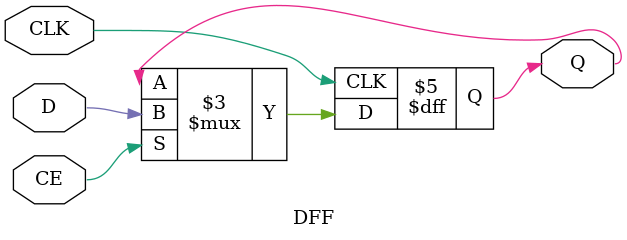
<source format=v>
`timescale 1ns / 1ps

module DFF (CLK,CE,D,Q);
    input CLK;
    input CE;
    input D;
    output reg Q = 0;
    always @(posedge CLK)
    if (CE) Q <= D;
endmodule

</source>
